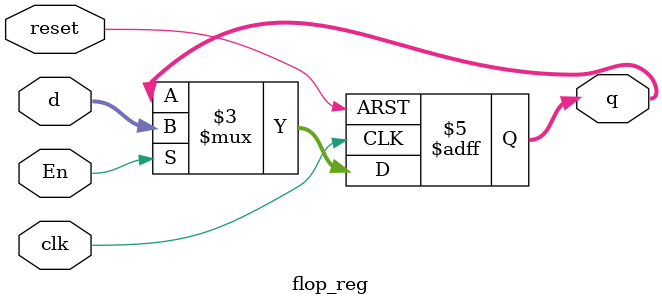
<source format=v>
module flop_reg (
    clk,
    reset,
    En,
    d,
    q
);

  input clk, reset, En;
  input [3:0] d;
  output [3:0] q;
  reg [3:0] q;

  always @(posedge clk or negedge reset) begin
    if (!reset) q <= 0;
    else if (En) q <= d;
  end

endmodule  //flop_reg

</source>
